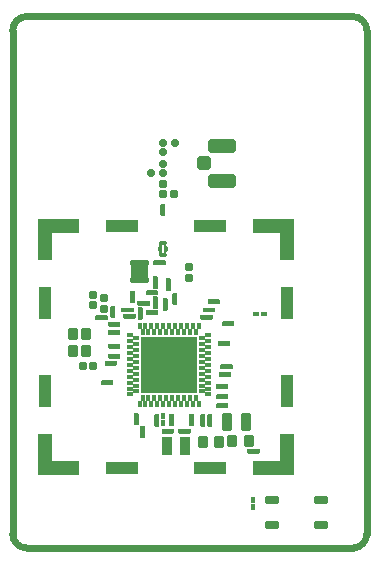
<source format=gts>
G04*
G04 #@! TF.GenerationSoftware,Altium Limited,Altium NEXUS,5.1.2 (10)*
G04*
G04 Layer_Color=8388736*
%FSLAX25Y25*%
%MOIN*%
G70*
G04*
G04 #@! TF.SameCoordinates,614915EC-EFCC-4F07-BEE6-519DBFB5DABB*
G04*
G04*
G04 #@! TF.FilePolarity,Negative*
G04*
G01*
G75*
%ADD33C,0.02362*%
G04:AMPARAMS|DCode=34|XSize=39.43mil|YSize=35.5mil|CornerRadius=5.15mil|HoleSize=0mil|Usage=FLASHONLY|Rotation=270.000|XOffset=0mil|YOffset=0mil|HoleType=Round|Shape=RoundedRectangle|*
%AMROUNDEDRECTD34*
21,1,0.03943,0.02520,0,0,270.0*
21,1,0.02913,0.03550,0,0,270.0*
1,1,0.01030,-0.01260,-0.01457*
1,1,0.01030,-0.01260,0.01457*
1,1,0.01030,0.01260,0.01457*
1,1,0.01030,0.01260,-0.01457*
%
%ADD34ROUNDEDRECTD34*%
G04:AMPARAMS|DCode=35|XSize=35.5mil|YSize=63.06mil|CornerRadius=5.15mil|HoleSize=0mil|Usage=FLASHONLY|Rotation=0.000|XOffset=0mil|YOffset=0mil|HoleType=Round|Shape=RoundedRectangle|*
%AMROUNDEDRECTD35*
21,1,0.03550,0.05276,0,0,0.0*
21,1,0.02520,0.06306,0,0,0.0*
1,1,0.01030,0.01260,-0.02638*
1,1,0.01030,-0.01260,-0.02638*
1,1,0.01030,-0.01260,0.02638*
1,1,0.01030,0.01260,0.02638*
%
%ADD35ROUNDEDRECTD35*%
%ADD36C,0.00500*%
%ADD37R,0.04337X0.10636*%
%ADD38R,0.10636X0.04337*%
G04:AMPARAMS|DCode=39|XSize=17.78mil|YSize=11.87mil|CornerRadius=2.98mil|HoleSize=0mil|Usage=FLASHONLY|Rotation=270.000|XOffset=0mil|YOffset=0mil|HoleType=Round|Shape=RoundedRectangle|*
%AMROUNDEDRECTD39*
21,1,0.01778,0.00591,0,0,270.0*
21,1,0.01181,0.01187,0,0,270.0*
1,1,0.00597,-0.00295,-0.00591*
1,1,0.00597,-0.00295,0.00591*
1,1,0.00597,0.00295,0.00591*
1,1,0.00597,0.00295,-0.00591*
%
%ADD39ROUNDEDRECTD39*%
%ADD40R,0.05124X0.03156*%
G04:AMPARAMS|DCode=41|XSize=45.34mil|YSize=29.59mil|CornerRadius=4.56mil|HoleSize=0mil|Usage=FLASHONLY|Rotation=0.000|XOffset=0mil|YOffset=0mil|HoleType=Round|Shape=RoundedRectangle|*
%AMROUNDEDRECTD41*
21,1,0.04534,0.02047,0,0,0.0*
21,1,0.03622,0.02959,0,0,0.0*
1,1,0.00912,0.01811,-0.01024*
1,1,0.00912,-0.01811,-0.01024*
1,1,0.00912,-0.01811,0.01024*
1,1,0.00912,0.01811,0.01024*
%
%ADD41ROUNDEDRECTD41*%
G04:AMPARAMS|DCode=42|XSize=27.62mil|YSize=27.62mil|CornerRadius=4.36mil|HoleSize=0mil|Usage=FLASHONLY|Rotation=90.000|XOffset=0mil|YOffset=0mil|HoleType=Round|Shape=RoundedRectangle|*
%AMROUNDEDRECTD42*
21,1,0.02762,0.01890,0,0,90.0*
21,1,0.01890,0.02762,0,0,90.0*
1,1,0.00872,0.00945,0.00945*
1,1,0.00872,0.00945,-0.00945*
1,1,0.00872,-0.00945,-0.00945*
1,1,0.00872,-0.00945,0.00945*
%
%ADD42ROUNDEDRECTD42*%
%ADD43R,0.01975X0.01384*%
%ADD44R,0.01384X0.01975*%
%ADD45R,0.18510X0.18510*%
G04:AMPARAMS|DCode=46|XSize=45.34mil|YSize=43.37mil|CornerRadius=5.94mil|HoleSize=0mil|Usage=FLASHONLY|Rotation=180.000|XOffset=0mil|YOffset=0mil|HoleType=Round|Shape=RoundedRectangle|*
%AMROUNDEDRECTD46*
21,1,0.04534,0.03150,0,0,180.0*
21,1,0.03347,0.04337,0,0,180.0*
1,1,0.01187,-0.01673,0.01575*
1,1,0.01187,0.01673,0.01575*
1,1,0.01187,0.01673,-0.01575*
1,1,0.01187,-0.01673,-0.01575*
%
%ADD46ROUNDEDRECTD46*%
G04:AMPARAMS|DCode=47|XSize=90.61mil|YSize=45.34mil|CornerRadius=6.13mil|HoleSize=0mil|Usage=FLASHONLY|Rotation=180.000|XOffset=0mil|YOffset=0mil|HoleType=Round|Shape=RoundedRectangle|*
%AMROUNDEDRECTD47*
21,1,0.09061,0.03307,0,0,180.0*
21,1,0.07835,0.04534,0,0,180.0*
1,1,0.01227,-0.03917,0.01654*
1,1,0.01227,0.03917,0.01654*
1,1,0.01227,0.03917,-0.01654*
1,1,0.01227,-0.03917,-0.01654*
%
%ADD47ROUNDEDRECTD47*%
G04:AMPARAMS|DCode=48|XSize=35.5mil|YSize=59.12mil|CornerRadius=5.15mil|HoleSize=0mil|Usage=FLASHONLY|Rotation=0.000|XOffset=0mil|YOffset=0mil|HoleType=Round|Shape=RoundedRectangle|*
%AMROUNDEDRECTD48*
21,1,0.03550,0.04882,0,0,0.0*
21,1,0.02520,0.05912,0,0,0.0*
1,1,0.01030,0.01260,-0.02441*
1,1,0.01030,-0.01260,-0.02441*
1,1,0.01030,-0.01260,0.02441*
1,1,0.01030,0.01260,0.02441*
%
%ADD48ROUNDEDRECTD48*%
G04:AMPARAMS|DCode=49|XSize=16.6mil|YSize=18.57mil|CornerRadius=2.63mil|HoleSize=0mil|Usage=FLASHONLY|Rotation=90.000|XOffset=0mil|YOffset=0mil|HoleType=Round|Shape=RoundedRectangle|*
%AMROUNDEDRECTD49*
21,1,0.01660,0.01331,0,0,90.0*
21,1,0.01134,0.01857,0,0,90.0*
1,1,0.00526,0.00665,0.00567*
1,1,0.00526,0.00665,-0.00567*
1,1,0.00526,-0.00665,-0.00567*
1,1,0.00526,-0.00665,0.00567*
%
%ADD49ROUNDEDRECTD49*%
G04:AMPARAMS|DCode=50|XSize=23.68mil|YSize=23.68mil|CornerRadius=3.97mil|HoleSize=0mil|Usage=FLASHONLY|Rotation=270.000|XOffset=0mil|YOffset=0mil|HoleType=Round|Shape=RoundedRectangle|*
%AMROUNDEDRECTD50*
21,1,0.02368,0.01575,0,0,270.0*
21,1,0.01575,0.02368,0,0,270.0*
1,1,0.00794,-0.00787,-0.00787*
1,1,0.00794,-0.00787,0.00787*
1,1,0.00794,0.00787,0.00787*
1,1,0.00794,0.00787,-0.00787*
%
%ADD50ROUNDEDRECTD50*%
G04:AMPARAMS|DCode=51|XSize=16.6mil|YSize=18.17mil|CornerRadius=3.58mil|HoleSize=0mil|Usage=FLASHONLY|Rotation=270.000|XOffset=0mil|YOffset=0mil|HoleType=Round|Shape=RoundedRectangle|*
%AMROUNDEDRECTD51*
21,1,0.01660,0.01102,0,0,270.0*
21,1,0.00945,0.01817,0,0,270.0*
1,1,0.00715,-0.00551,-0.00472*
1,1,0.00715,-0.00551,0.00472*
1,1,0.00715,0.00551,0.00472*
1,1,0.00715,0.00551,-0.00472*
%
%ADD51ROUNDEDRECTD51*%
G04:AMPARAMS|DCode=52|XSize=19.75mil|YSize=11.87mil|CornerRadius=2.98mil|HoleSize=0mil|Usage=FLASHONLY|Rotation=90.000|XOffset=0mil|YOffset=0mil|HoleType=Round|Shape=RoundedRectangle|*
%AMROUNDEDRECTD52*
21,1,0.01975,0.00591,0,0,90.0*
21,1,0.01378,0.01187,0,0,90.0*
1,1,0.00597,0.00295,0.00689*
1,1,0.00597,0.00295,-0.00689*
1,1,0.00597,-0.00295,-0.00689*
1,1,0.00597,-0.00295,0.00689*
%
%ADD52ROUNDEDRECTD52*%
G04:AMPARAMS|DCode=53|XSize=23.68mil|YSize=13.84mil|CornerRadius=3.97mil|HoleSize=0mil|Usage=FLASHONLY|Rotation=180.000|XOffset=0mil|YOffset=0mil|HoleType=Round|Shape=RoundedRectangle|*
%AMROUNDEDRECTD53*
21,1,0.02368,0.00591,0,0,180.0*
21,1,0.01575,0.01384,0,0,180.0*
1,1,0.00794,-0.00787,0.00295*
1,1,0.00794,0.00787,0.00295*
1,1,0.00794,0.00787,-0.00295*
1,1,0.00794,-0.00787,-0.00295*
%
%ADD53ROUNDEDRECTD53*%
G04:AMPARAMS|DCode=54|XSize=37.47mil|YSize=35.5mil|CornerRadius=5.94mil|HoleSize=0mil|Usage=FLASHONLY|Rotation=270.000|XOffset=0mil|YOffset=0mil|HoleType=Round|Shape=RoundedRectangle|*
%AMROUNDEDRECTD54*
21,1,0.03747,0.02362,0,0,270.0*
21,1,0.02559,0.03550,0,0,270.0*
1,1,0.01187,-0.01181,-0.01280*
1,1,0.01187,-0.01181,0.01280*
1,1,0.01187,0.01181,0.01280*
1,1,0.01187,0.01181,-0.01280*
%
%ADD54ROUNDEDRECTD54*%
G04:AMPARAMS|DCode=55|XSize=16.6mil|YSize=18.17mil|CornerRadius=3.58mil|HoleSize=0mil|Usage=FLASHONLY|Rotation=180.000|XOffset=0mil|YOffset=0mil|HoleType=Round|Shape=RoundedRectangle|*
%AMROUNDEDRECTD55*
21,1,0.01660,0.01102,0,0,180.0*
21,1,0.00945,0.01817,0,0,180.0*
1,1,0.00715,-0.00472,0.00551*
1,1,0.00715,0.00472,0.00551*
1,1,0.00715,0.00472,-0.00551*
1,1,0.00715,-0.00472,-0.00551*
%
%ADD55ROUNDEDRECTD55*%
G04:AMPARAMS|DCode=56|XSize=16.6mil|YSize=18.57mil|CornerRadius=2.63mil|HoleSize=0mil|Usage=FLASHONLY|Rotation=180.000|XOffset=0mil|YOffset=0mil|HoleType=Round|Shape=RoundedRectangle|*
%AMROUNDEDRECTD56*
21,1,0.01660,0.01331,0,0,180.0*
21,1,0.01134,0.01857,0,0,180.0*
1,1,0.00526,-0.00567,0.00665*
1,1,0.00526,0.00567,0.00665*
1,1,0.00526,0.00567,-0.00665*
1,1,0.00526,-0.00567,-0.00665*
%
%ADD56ROUNDEDRECTD56*%
G04:AMPARAMS|DCode=57|XSize=16.6mil|YSize=17.39mil|CornerRadius=3.58mil|HoleSize=0mil|Usage=FLASHONLY|Rotation=90.000|XOffset=0mil|YOffset=0mil|HoleType=Round|Shape=RoundedRectangle|*
%AMROUNDEDRECTD57*
21,1,0.01660,0.01024,0,0,90.0*
21,1,0.00945,0.01739,0,0,90.0*
1,1,0.00715,0.00512,0.00472*
1,1,0.00715,0.00512,-0.00472*
1,1,0.00715,-0.00512,-0.00472*
1,1,0.00715,-0.00512,0.00472*
%
%ADD57ROUNDEDRECTD57*%
G04:AMPARAMS|DCode=58|XSize=16.6mil|YSize=17.39mil|CornerRadius=3.58mil|HoleSize=0mil|Usage=FLASHONLY|Rotation=180.000|XOffset=0mil|YOffset=0mil|HoleType=Round|Shape=RoundedRectangle|*
%AMROUNDEDRECTD58*
21,1,0.01660,0.01024,0,0,180.0*
21,1,0.00945,0.01739,0,0,180.0*
1,1,0.00715,-0.00472,0.00512*
1,1,0.00715,0.00472,0.00512*
1,1,0.00715,0.00472,-0.00512*
1,1,0.00715,-0.00472,-0.00512*
%
%ADD58ROUNDEDRECTD58*%
G04:AMPARAMS|DCode=59|XSize=27.62mil|YSize=27.62mil|CornerRadius=4.36mil|HoleSize=0mil|Usage=FLASHONLY|Rotation=0.000|XOffset=0mil|YOffset=0mil|HoleType=Round|Shape=RoundedRectangle|*
%AMROUNDEDRECTD59*
21,1,0.02762,0.01890,0,0,0.0*
21,1,0.01890,0.02762,0,0,0.0*
1,1,0.00872,0.00945,-0.00945*
1,1,0.00872,-0.00945,-0.00945*
1,1,0.00872,-0.00945,0.00945*
1,1,0.00872,0.00945,0.00945*
%
%ADD59ROUNDEDRECTD59*%
G04:AMPARAMS|DCode=60|XSize=23.68mil|YSize=23.68mil|CornerRadius=3.97mil|HoleSize=0mil|Usage=FLASHONLY|Rotation=180.000|XOffset=0mil|YOffset=0mil|HoleType=Round|Shape=RoundedRectangle|*
%AMROUNDEDRECTD60*
21,1,0.02368,0.01575,0,0,180.0*
21,1,0.01575,0.02368,0,0,180.0*
1,1,0.00794,-0.00787,0.00787*
1,1,0.00794,0.00787,0.00787*
1,1,0.00794,0.00787,-0.00787*
1,1,0.00794,-0.00787,-0.00787*
%
%ADD60ROUNDEDRECTD60*%
G36*
X50777Y114635D02*
X50875Y114536D01*
X50928Y114408D01*
Y114338D01*
Y111056D01*
Y110986D01*
X50875Y110857D01*
X50777Y110759D01*
X50648Y110705D01*
X49549D01*
X49420Y110759D01*
X49322Y110857D01*
X49268Y110986D01*
Y111056D01*
Y114338D01*
Y114408D01*
X49322Y114536D01*
X49420Y114635D01*
X49549Y114688D01*
X50648D01*
X50777Y114635D01*
D02*
G37*
G36*
X51196Y101544D02*
X51252Y101488D01*
X51283Y101415D01*
Y101375D01*
Y99806D01*
Y99766D01*
X51252Y99693D01*
X51196Y99637D01*
X51122Y99606D01*
X51196Y99576D01*
X51252Y99520D01*
X51283Y99446D01*
Y99406D01*
Y97838D01*
Y97798D01*
X51252Y97724D01*
X51196Y97668D01*
X51122Y97638D01*
X50649D01*
X50576Y97668D01*
X50519Y97724D01*
X50489Y97798D01*
Y97838D01*
Y99406D01*
Y99446D01*
X50519Y99520D01*
X50576Y99576D01*
X50649Y99606D01*
X50576Y99637D01*
X50519Y99693D01*
X50489Y99766D01*
Y99806D01*
Y101375D01*
Y101415D01*
X50519Y101488D01*
X50576Y101544D01*
X50649Y101575D01*
X51122D01*
X51196Y101544D01*
D02*
G37*
G36*
X49621D02*
X49677Y101488D01*
X49708Y101415D01*
Y101375D01*
Y99806D01*
Y99766D01*
X49677Y99693D01*
X49621Y99637D01*
X49548Y99606D01*
X49621Y99576D01*
X49677Y99520D01*
X49708Y99446D01*
Y99406D01*
Y97838D01*
Y97798D01*
X49677Y97724D01*
X49621Y97668D01*
X49548Y97638D01*
X49074D01*
X49001Y97668D01*
X48945Y97724D01*
X48914Y97798D01*
Y97838D01*
Y99406D01*
Y99446D01*
X48945Y99520D01*
X49001Y99576D01*
X49074Y99606D01*
X49001Y99637D01*
X48945Y99693D01*
X48914Y99766D01*
Y99806D01*
Y101375D01*
Y101415D01*
X48945Y101488D01*
X49001Y101544D01*
X49074Y101575D01*
X49548D01*
X49621Y101544D01*
D02*
G37*
G36*
X93556Y109649D02*
X93608Y109639D01*
X93657Y109622D01*
X93704Y109599D01*
X93748Y109570D01*
X93787Y109535D01*
X93822Y109496D01*
X93851Y109452D01*
X93874Y109405D01*
X93891Y109356D01*
X93901Y109304D01*
X93905Y109252D01*
Y96260D01*
X93901Y96207D01*
X93891Y96156D01*
X93874Y96106D01*
X93851Y96059D01*
X93822Y96016D01*
X93787Y95976D01*
X93748Y95942D01*
X93704Y95913D01*
X93657Y95890D01*
X93608Y95873D01*
X93556Y95862D01*
X93504Y95859D01*
X89567D01*
X89515Y95862D01*
X89463Y95873D01*
X89413Y95890D01*
X89367Y95913D01*
X89323Y95942D01*
X89284Y95976D01*
X89249Y96016D01*
X89220Y96059D01*
X89197Y96106D01*
X89180Y96156D01*
X89170Y96207D01*
X89166Y96260D01*
Y104914D01*
X80512D01*
X80459Y104918D01*
X80408Y104928D01*
X80358Y104945D01*
X80311Y104968D01*
X80268Y104997D01*
X80228Y105032D01*
X80194Y105071D01*
X80165Y105114D01*
X80141Y105162D01*
X80125Y105211D01*
X80114Y105263D01*
X80111Y105315D01*
Y109252D01*
X80114Y109304D01*
X80125Y109356D01*
X80141Y109405D01*
X80165Y109452D01*
X80194Y109496D01*
X80228Y109535D01*
X80268Y109570D01*
X80311Y109599D01*
X80358Y109622D01*
X80408Y109639D01*
X80459Y109649D01*
X80512Y109653D01*
X93504D01*
X93556Y109649D01*
D02*
G37*
G36*
X21903D02*
X21954Y109639D01*
X22004Y109622D01*
X22051Y109599D01*
X22094Y109570D01*
X22134Y109535D01*
X22168Y109496D01*
X22198Y109452D01*
X22221Y109405D01*
X22238Y109356D01*
X22248Y109304D01*
X22251Y109252D01*
Y105315D01*
X22248Y105263D01*
X22238Y105211D01*
X22221Y105162D01*
X22198Y105114D01*
X22168Y105071D01*
X22134Y105032D01*
X22094Y104997D01*
X22051Y104968D01*
X22004Y104945D01*
X21954Y104928D01*
X21903Y104918D01*
X21850Y104914D01*
X13196D01*
Y96260D01*
X13193Y96207D01*
X13183Y96156D01*
X13166Y96106D01*
X13142Y96059D01*
X13113Y96016D01*
X13079Y95976D01*
X13039Y95942D01*
X12996Y95913D01*
X12949Y95890D01*
X12899Y95873D01*
X12848Y95862D01*
X12795Y95859D01*
X8858D01*
X8806Y95862D01*
X8755Y95873D01*
X8705Y95890D01*
X8658Y95913D01*
X8614Y95942D01*
X8575Y95976D01*
X8540Y96016D01*
X8511Y96059D01*
X8488Y96106D01*
X8471Y96156D01*
X8461Y96207D01*
X8457Y96260D01*
Y109252D01*
X8461Y109304D01*
X8471Y109356D01*
X8488Y109405D01*
X8511Y109452D01*
X8540Y109496D01*
X8575Y109535D01*
X8614Y109570D01*
X8658Y109599D01*
X8705Y109622D01*
X8755Y109639D01*
X8806Y109649D01*
X8858Y109653D01*
X21850D01*
X21903Y109649D01*
D02*
G37*
G36*
X50855Y95855D02*
X50954Y95757D01*
X51007Y95628D01*
Y95559D01*
Y94599D01*
Y94529D01*
X50954Y94401D01*
X50855Y94302D01*
X50727Y94249D01*
X47305D01*
X47176Y94302D01*
X47078Y94401D01*
X47024Y94529D01*
Y94599D01*
Y95559D01*
Y95628D01*
X47078Y95757D01*
X47176Y95855D01*
X47305Y95909D01*
X50727D01*
X50855Y95855D01*
D02*
G37*
G36*
X45149Y95922D02*
X45233Y95838D01*
X45279Y95727D01*
Y95668D01*
Y88781D01*
Y88721D01*
X45233Y88611D01*
X45149Y88527D01*
X45038Y88481D01*
X39607D01*
X39497Y88527D01*
X39413Y88611D01*
X39367Y88721D01*
Y88781D01*
Y95668D01*
Y95727D01*
X39413Y95838D01*
X39497Y95922D01*
X39607Y95968D01*
X45038D01*
X45149Y95922D01*
D02*
G37*
G36*
X48316Y90422D02*
X48414Y90324D01*
X48468Y90195D01*
Y90126D01*
Y86843D01*
Y86773D01*
X48414Y86645D01*
X48316Y86546D01*
X48187Y86493D01*
X47088D01*
X46960Y86546D01*
X46861Y86645D01*
X46808Y86773D01*
Y86843D01*
Y90126D01*
Y90195D01*
X46861Y90324D01*
X46960Y90422D01*
X47088Y90476D01*
X48187D01*
X48316Y90422D01*
D02*
G37*
G36*
X52647Y89733D02*
X52745Y89635D01*
X52798Y89506D01*
Y89437D01*
Y86154D01*
Y86084D01*
X52745Y85956D01*
X52647Y85857D01*
X52518Y85804D01*
X51419D01*
X51290Y85857D01*
X51192Y85956D01*
X51139Y86084D01*
Y86154D01*
Y89437D01*
Y89506D01*
X51192Y89635D01*
X51290Y89733D01*
X51419Y89787D01*
X52518D01*
X52647Y89733D01*
D02*
G37*
G36*
X48296Y85816D02*
X48395Y85717D01*
X48448Y85589D01*
Y85519D01*
Y84560D01*
Y84490D01*
X48395Y84361D01*
X48296Y84263D01*
X48168Y84210D01*
X44746D01*
X44617Y84263D01*
X44519Y84361D01*
X44465Y84490D01*
Y84560D01*
Y85519D01*
Y85589D01*
X44519Y85717D01*
X44617Y85816D01*
X44746Y85869D01*
X48168D01*
X48296Y85816D01*
D02*
G37*
G36*
X40639Y85599D02*
X40737Y85501D01*
X40791Y85372D01*
Y85303D01*
Y82020D01*
Y81950D01*
X40737Y81822D01*
X40639Y81723D01*
X40510Y81670D01*
X39411D01*
X39283Y81723D01*
X39184Y81822D01*
X39131Y81950D01*
Y82020D01*
Y85303D01*
Y85372D01*
X39184Y85501D01*
X39283Y85599D01*
X39411Y85653D01*
X40510D01*
X40639Y85599D01*
D02*
G37*
G36*
X68966Y82863D02*
X69064Y82765D01*
X69117Y82636D01*
Y82566D01*
Y81607D01*
Y81537D01*
X69064Y81409D01*
X68966Y81310D01*
X68837Y81257D01*
X65415D01*
X65286Y81310D01*
X65188Y81409D01*
X65135Y81537D01*
Y81607D01*
Y82566D01*
Y82636D01*
X65188Y82765D01*
X65286Y82863D01*
X65415Y82916D01*
X68837D01*
X68966Y82863D01*
D02*
G37*
G36*
X54812Y85009D02*
X54910Y84911D01*
X54964Y84782D01*
Y84712D01*
Y81429D01*
Y81360D01*
X54910Y81231D01*
X54812Y81133D01*
X54683Y81080D01*
X53584D01*
X53456Y81133D01*
X53357Y81231D01*
X53304Y81360D01*
Y81429D01*
Y84712D01*
Y84782D01*
X53357Y84911D01*
X53456Y85009D01*
X53584Y85062D01*
X54683D01*
X54812Y85009D01*
D02*
G37*
G36*
X45540Y82273D02*
X45639Y82174D01*
X45692Y82046D01*
Y81976D01*
Y81016D01*
Y80946D01*
X45639Y80818D01*
X45540Y80719D01*
X45412Y80666D01*
X41990D01*
X41861Y80719D01*
X41763Y80818D01*
X41709Y80946D01*
Y81016D01*
Y81976D01*
Y82046D01*
X41763Y82174D01*
X41861Y82273D01*
X41990Y82326D01*
X45412D01*
X45540Y82273D01*
D02*
G37*
G36*
X48355Y83743D02*
X48428Y83670D01*
X48468Y83574D01*
Y83523D01*
Y80060D01*
Y80008D01*
X48428Y79913D01*
X48355Y79840D01*
X48259Y79800D01*
X47016D01*
X46921Y79840D01*
X46848Y79913D01*
X46808Y80008D01*
Y80060D01*
Y83523D01*
Y83574D01*
X46848Y83670D01*
X46921Y83743D01*
X47016Y83783D01*
X48259D01*
X48355Y83743D01*
D02*
G37*
G36*
X51564Y83040D02*
X51662Y82942D01*
X51716Y82813D01*
Y82744D01*
Y79461D01*
Y79391D01*
X51662Y79263D01*
X51564Y79164D01*
X51435Y79111D01*
X50336D01*
X50208Y79164D01*
X50109Y79263D01*
X50056Y79391D01*
Y79461D01*
Y82744D01*
Y82813D01*
X50109Y82942D01*
X50208Y83040D01*
X50336Y83094D01*
X51435D01*
X51564Y83040D01*
D02*
G37*
G36*
X40225Y80107D02*
X40324Y80009D01*
X40377Y79880D01*
Y79811D01*
Y78851D01*
Y78781D01*
X40324Y78653D01*
X40225Y78554D01*
X40097Y78501D01*
X36675D01*
X36546Y78554D01*
X36448Y78653D01*
X36395Y78781D01*
Y78851D01*
Y79811D01*
Y79880D01*
X36448Y80009D01*
X36546Y80107D01*
X36675Y80161D01*
X40097D01*
X40225Y80107D01*
D02*
G37*
G36*
X67391Y80107D02*
X67489Y80009D01*
X67542Y79880D01*
Y79811D01*
Y78851D01*
Y78781D01*
X67489Y78653D01*
X67391Y78554D01*
X67262Y78501D01*
X63840D01*
X63712Y78554D01*
X63613Y78653D01*
X63560Y78781D01*
Y78851D01*
Y79811D01*
Y79880D01*
X63613Y80009D01*
X63712Y80107D01*
X63840Y80161D01*
X67262D01*
X67391Y80107D01*
D02*
G37*
G36*
X48296Y79320D02*
X48395Y79221D01*
X48448Y79093D01*
Y79023D01*
Y78063D01*
Y77994D01*
X48395Y77865D01*
X48296Y77767D01*
X48168Y77713D01*
X44746D01*
X44617Y77767D01*
X44519Y77865D01*
X44465Y77994D01*
Y78063D01*
Y79023D01*
Y79093D01*
X44519Y79221D01*
X44617Y79320D01*
X44746Y79373D01*
X48168D01*
X48296Y79320D01*
D02*
G37*
G36*
X34143Y80678D02*
X34241Y80580D01*
X34295Y80451D01*
Y80382D01*
Y77099D01*
Y77029D01*
X34241Y76901D01*
X34143Y76802D01*
X34014Y76749D01*
X32915D01*
X32786Y76802D01*
X32688Y76901D01*
X32635Y77029D01*
Y77099D01*
Y80382D01*
Y80451D01*
X32688Y80580D01*
X32786Y80678D01*
X32915Y80731D01*
X34014D01*
X34143Y80678D01*
D02*
G37*
G36*
X40855Y77956D02*
X40928Y77882D01*
X40968Y77787D01*
Y77735D01*
Y76595D01*
Y76544D01*
X40928Y76448D01*
X40855Y76375D01*
X40759Y76336D01*
X37193D01*
X37098Y76375D01*
X37025Y76448D01*
X36985Y76544D01*
Y76595D01*
Y77735D01*
Y77787D01*
X37025Y77882D01*
X37098Y77956D01*
X37193Y77995D01*
X40759D01*
X40855Y77956D01*
D02*
G37*
G36*
X43237Y80101D02*
X43310Y80028D01*
X43350Y79933D01*
Y79881D01*
Y76418D01*
Y76367D01*
X43310Y76271D01*
X43237Y76198D01*
X43141Y76158D01*
X41898D01*
X41802Y76198D01*
X41729Y76271D01*
X41690Y76367D01*
Y76418D01*
Y79881D01*
Y79933D01*
X41729Y80028D01*
X41802Y80101D01*
X41898Y80141D01*
X43141D01*
X43237Y80101D01*
D02*
G37*
G36*
X66407Y77745D02*
X66505Y77647D01*
X66558Y77518D01*
Y77448D01*
Y76489D01*
Y76419D01*
X66505Y76290D01*
X66407Y76192D01*
X66278Y76139D01*
X62856D01*
X62727Y76192D01*
X62629Y76290D01*
X62576Y76419D01*
Y76489D01*
Y77448D01*
Y77518D01*
X62629Y77647D01*
X62727Y77745D01*
X62856Y77798D01*
X66278D01*
X66407Y77745D01*
D02*
G37*
G36*
X31466Y77548D02*
X31564Y77450D01*
X31617Y77321D01*
Y77251D01*
Y76292D01*
Y76222D01*
X31564Y76094D01*
X31466Y75995D01*
X31337Y75942D01*
X27915D01*
X27786Y75995D01*
X27688Y76094D01*
X27635Y76222D01*
Y76292D01*
Y77251D01*
Y77321D01*
X27688Y77450D01*
X27786Y77548D01*
X27915Y77601D01*
X31337D01*
X31466Y77548D01*
D02*
G37*
G36*
X73690Y75580D02*
X73788Y75481D01*
X73842Y75353D01*
Y75283D01*
Y74323D01*
Y74254D01*
X73788Y74125D01*
X73690Y74027D01*
X73561Y73973D01*
X70139D01*
X70011Y74027D01*
X69912Y74125D01*
X69859Y74254D01*
Y74323D01*
Y75283D01*
Y75353D01*
X69912Y75481D01*
X70011Y75580D01*
X70139Y75633D01*
X73561D01*
X73690Y75580D01*
D02*
G37*
G36*
X35698Y75383D02*
X35796Y75284D01*
X35850Y75156D01*
Y75086D01*
Y74126D01*
Y74057D01*
X35796Y73928D01*
X35698Y73830D01*
X35569Y73776D01*
X32147D01*
X32019Y73830D01*
X31920Y73928D01*
X31867Y74057D01*
Y74126D01*
Y75086D01*
Y75156D01*
X31920Y75284D01*
X32019Y75383D01*
X32147Y75436D01*
X35569D01*
X35698Y75383D01*
D02*
G37*
G36*
Y72627D02*
X35796Y72528D01*
X35850Y72400D01*
Y72330D01*
Y71371D01*
Y71301D01*
X35796Y71172D01*
X35698Y71074D01*
X35569Y71021D01*
X32147D01*
X32019Y71074D01*
X31920Y71172D01*
X31867Y71301D01*
Y71371D01*
Y72330D01*
Y72400D01*
X31920Y72528D01*
X32019Y72627D01*
X32147Y72680D01*
X35569D01*
X35698Y72627D01*
D02*
G37*
G36*
X72312Y68887D02*
X72411Y68788D01*
X72464Y68660D01*
Y68590D01*
Y67630D01*
Y67561D01*
X72411Y67432D01*
X72312Y67334D01*
X72183Y67280D01*
X68761D01*
X68633Y67334D01*
X68534Y67432D01*
X68481Y67561D01*
Y67630D01*
Y68590D01*
Y68660D01*
X68534Y68788D01*
X68633Y68887D01*
X68761Y68940D01*
X72183D01*
X72312Y68887D01*
D02*
G37*
G36*
X35698Y68099D02*
X35796Y68001D01*
X35850Y67872D01*
Y67803D01*
Y66843D01*
Y66773D01*
X35796Y66645D01*
X35698Y66546D01*
X35569Y66493D01*
X32147D01*
X32019Y66546D01*
X31920Y66645D01*
X31867Y66773D01*
Y66843D01*
Y67803D01*
Y67872D01*
X31920Y68001D01*
X32019Y68099D01*
X32147Y68153D01*
X35569D01*
X35698Y68099D01*
D02*
G37*
G36*
Y64753D02*
X35796Y64654D01*
X35850Y64526D01*
Y64456D01*
Y63497D01*
Y63427D01*
X35796Y63298D01*
X35698Y63200D01*
X35569Y63147D01*
X32147D01*
X32019Y63200D01*
X31920Y63298D01*
X31867Y63427D01*
Y63497D01*
Y64456D01*
Y64526D01*
X31920Y64654D01*
X32019Y64753D01*
X32147Y64806D01*
X35569D01*
X35698Y64753D01*
D02*
G37*
G36*
X34615Y62391D02*
X34714Y62292D01*
X34767Y62164D01*
Y62094D01*
Y61134D01*
Y61065D01*
X34714Y60936D01*
X34615Y60838D01*
X34486Y60784D01*
X31065D01*
X30936Y60838D01*
X30838Y60936D01*
X30784Y61065D01*
Y61134D01*
Y62094D01*
Y62164D01*
X30838Y62292D01*
X30936Y62391D01*
X31065Y62444D01*
X34486D01*
X34615Y62391D01*
D02*
G37*
G36*
X73099Y61210D02*
X73198Y61111D01*
X73251Y60983D01*
Y60913D01*
Y59953D01*
Y59884D01*
X73198Y59755D01*
X73099Y59656D01*
X72971Y59603D01*
X69549D01*
X69420Y59656D01*
X69322Y59755D01*
X69269Y59884D01*
Y59953D01*
Y60913D01*
Y60983D01*
X69322Y61111D01*
X69420Y61210D01*
X69549Y61263D01*
X72971D01*
X73099Y61210D01*
D02*
G37*
G36*
X72706Y58651D02*
X72804Y58552D01*
X72857Y58424D01*
Y58354D01*
Y57394D01*
Y57324D01*
X72804Y57196D01*
X72706Y57097D01*
X72577Y57044D01*
X69155D01*
X69026Y57097D01*
X68928Y57196D01*
X68875Y57324D01*
Y57394D01*
Y58354D01*
Y58424D01*
X68928Y58552D01*
X69026Y58651D01*
X69155Y58704D01*
X72577D01*
X72706Y58651D01*
D02*
G37*
G36*
X33336Y55895D02*
X33434Y55796D01*
X33487Y55668D01*
Y55598D01*
Y54638D01*
Y54569D01*
X33434Y54440D01*
X33336Y54342D01*
X33207Y54288D01*
X29785D01*
X29656Y54342D01*
X29558Y54440D01*
X29505Y54569D01*
Y54638D01*
Y55598D01*
Y55668D01*
X29558Y55796D01*
X29656Y55895D01*
X29785Y55948D01*
X33207D01*
X33336Y55895D01*
D02*
G37*
G36*
X71722Y54714D02*
X71820Y54615D01*
X71873Y54487D01*
Y54417D01*
Y53457D01*
Y53387D01*
X71820Y53259D01*
X71722Y53160D01*
X71593Y53107D01*
X68171D01*
X68042Y53160D01*
X67944Y53259D01*
X67891Y53387D01*
Y53457D01*
Y54417D01*
Y54487D01*
X67944Y54615D01*
X68042Y54714D01*
X68171Y54767D01*
X71593D01*
X71722Y54714D01*
D02*
G37*
G36*
Y51170D02*
X71820Y51072D01*
X71873Y50943D01*
Y50874D01*
Y49914D01*
Y49844D01*
X71820Y49716D01*
X71722Y49617D01*
X71593Y49564D01*
X68171D01*
X68042Y49617D01*
X67944Y49716D01*
X67891Y49844D01*
Y49914D01*
Y50874D01*
Y50943D01*
X67944Y51072D01*
X68042Y51170D01*
X68171Y51224D01*
X71593D01*
X71722Y51170D01*
D02*
G37*
G36*
Y48217D02*
X71820Y48119D01*
X71873Y47990D01*
Y47921D01*
Y46961D01*
Y46891D01*
X71820Y46763D01*
X71722Y46664D01*
X71593Y46611D01*
X68171D01*
X68042Y46664D01*
X67944Y46763D01*
X67891Y46891D01*
Y46961D01*
Y47921D01*
Y47990D01*
X67944Y48119D01*
X68042Y48217D01*
X68171Y48271D01*
X71593D01*
X71722Y48217D01*
D02*
G37*
G36*
X41820Y44851D02*
X41918Y44753D01*
X41972Y44624D01*
Y44555D01*
Y41272D01*
Y41202D01*
X41918Y41074D01*
X41820Y40975D01*
X41691Y40922D01*
X40592D01*
X40464Y40975D01*
X40365Y41074D01*
X40312Y41202D01*
Y41272D01*
Y44555D01*
Y44624D01*
X40365Y44753D01*
X40464Y44851D01*
X40592Y44905D01*
X41691D01*
X41820Y44851D01*
D02*
G37*
G36*
X60324Y44655D02*
X60422Y44556D01*
X60476Y44427D01*
Y44358D01*
Y41075D01*
Y41006D01*
X60422Y40877D01*
X60324Y40778D01*
X60195Y40725D01*
X59096D01*
X58968Y40778D01*
X58869Y40877D01*
X58816Y41006D01*
Y41075D01*
Y44358D01*
Y44427D01*
X58869Y44556D01*
X58968Y44655D01*
X59096Y44708D01*
X60195D01*
X60324Y44655D01*
D02*
G37*
G36*
X53631D02*
X53729Y44556D01*
X53783Y44427D01*
Y44358D01*
Y41075D01*
Y41006D01*
X53729Y40877D01*
X53631Y40778D01*
X53502Y40725D01*
X52403D01*
X52275Y40778D01*
X52176Y40877D01*
X52123Y41006D01*
Y41075D01*
Y44358D01*
Y44427D01*
X52176Y44556D01*
X52275Y44655D01*
X52403Y44708D01*
X53502D01*
X53631Y44655D01*
D02*
G37*
G36*
X66426Y44458D02*
X66525Y44359D01*
X66578Y44231D01*
Y44161D01*
Y40878D01*
Y40809D01*
X66525Y40680D01*
X66426Y40582D01*
X66298Y40528D01*
X65198D01*
X65070Y40582D01*
X64971Y40680D01*
X64918Y40809D01*
Y40878D01*
Y44161D01*
Y44231D01*
X64971Y44359D01*
X65070Y44458D01*
X65198Y44511D01*
X66298D01*
X66426Y44458D01*
D02*
G37*
G36*
X64064D02*
X64162Y44359D01*
X64216Y44231D01*
Y44161D01*
Y40878D01*
Y40809D01*
X64162Y40680D01*
X64064Y40582D01*
X63935Y40528D01*
X62836D01*
X62708Y40582D01*
X62609Y40680D01*
X62556Y40809D01*
Y40878D01*
Y44161D01*
Y44231D01*
X62609Y44359D01*
X62708Y44458D01*
X62836Y44511D01*
X63935D01*
X64064Y44458D01*
D02*
G37*
G36*
X48710D02*
X48808Y44359D01*
X48861Y44231D01*
Y44161D01*
Y40878D01*
Y40809D01*
X48808Y40680D01*
X48710Y40582D01*
X48581Y40528D01*
X47482D01*
X47353Y40582D01*
X47255Y40680D01*
X47202Y40809D01*
Y40878D01*
Y44161D01*
Y44231D01*
X47255Y44359D01*
X47353Y44458D01*
X47482Y44511D01*
X48581D01*
X48710Y44458D01*
D02*
G37*
G36*
X59123Y39753D02*
X59222Y39654D01*
X59275Y39526D01*
Y39456D01*
Y38497D01*
Y38427D01*
X59222Y38298D01*
X59123Y38200D01*
X58994Y38146D01*
X55572D01*
X55444Y38200D01*
X55345Y38298D01*
X55292Y38427D01*
Y38497D01*
Y39456D01*
Y39526D01*
X55345Y39654D01*
X55444Y39753D01*
X55572Y39806D01*
X58994D01*
X59123Y39753D01*
D02*
G37*
G36*
X53611D02*
X53710Y39654D01*
X53763Y39526D01*
Y39456D01*
Y38497D01*
Y38427D01*
X53710Y38298D01*
X53611Y38200D01*
X53483Y38146D01*
X50061D01*
X49932Y38200D01*
X49834Y38298D01*
X49780Y38427D01*
Y38497D01*
Y39456D01*
Y39526D01*
X49834Y39654D01*
X49932Y39753D01*
X50061Y39806D01*
X53483D01*
X53611Y39753D01*
D02*
G37*
G36*
X43985Y40521D02*
X44084Y40422D01*
X44137Y40294D01*
Y40224D01*
Y36941D01*
Y36872D01*
X44084Y36743D01*
X43985Y36645D01*
X43857Y36591D01*
X42758D01*
X42629Y36645D01*
X42531Y36743D01*
X42477Y36872D01*
Y36941D01*
Y40224D01*
Y40294D01*
X42531Y40422D01*
X42629Y40521D01*
X42758Y40574D01*
X43857D01*
X43985Y40521D01*
D02*
G37*
G36*
X82155Y33060D02*
X82253Y32962D01*
X82306Y32833D01*
Y32763D01*
Y31804D01*
Y31734D01*
X82253Y31605D01*
X82155Y31507D01*
X82026Y31454D01*
X78604D01*
X78475Y31507D01*
X78377Y31605D01*
X78324Y31734D01*
Y31804D01*
Y32763D01*
Y32833D01*
X78377Y32962D01*
X78475Y33060D01*
X78604Y33113D01*
X82026D01*
X82155Y33060D01*
D02*
G37*
G36*
X93556Y37996D02*
X93608Y37986D01*
X93657Y37969D01*
X93704Y37946D01*
X93748Y37916D01*
X93787Y37882D01*
X93822Y37843D01*
X93851Y37799D01*
X93874Y37752D01*
X93891Y37702D01*
X93901Y37651D01*
X93905Y37598D01*
Y24606D01*
X93901Y24554D01*
X93891Y24502D01*
X93874Y24453D01*
X93851Y24406D01*
X93822Y24362D01*
X93787Y24323D01*
X93748Y24288D01*
X93704Y24259D01*
X93657Y24236D01*
X93608Y24219D01*
X93556Y24209D01*
X93504Y24205D01*
X80512D01*
X80459Y24209D01*
X80408Y24219D01*
X80358Y24236D01*
X80311Y24259D01*
X80268Y24288D01*
X80228Y24323D01*
X80194Y24362D01*
X80165Y24406D01*
X80141Y24453D01*
X80125Y24502D01*
X80114Y24554D01*
X80111Y24606D01*
Y28543D01*
X80114Y28596D01*
X80125Y28647D01*
X80141Y28697D01*
X80165Y28744D01*
X80194Y28787D01*
X80228Y28827D01*
X80268Y28861D01*
X80311Y28890D01*
X80358Y28914D01*
X80408Y28931D01*
X80459Y28941D01*
X80512Y28944D01*
X89166D01*
Y37598D01*
X89170Y37651D01*
X89180Y37702D01*
X89197Y37752D01*
X89220Y37799D01*
X89249Y37843D01*
X89284Y37882D01*
X89323Y37916D01*
X89367Y37946D01*
X89413Y37969D01*
X89463Y37986D01*
X89515Y37996D01*
X89567Y37999D01*
X93504D01*
X93556Y37996D01*
D02*
G37*
G36*
X12848D02*
X12899Y37986D01*
X12949Y37969D01*
X12996Y37946D01*
X13039Y37916D01*
X13079Y37882D01*
X13113Y37843D01*
X13142Y37799D01*
X13166Y37752D01*
X13183Y37702D01*
X13193Y37651D01*
X13196Y37598D01*
Y28944D01*
X21850D01*
X21903Y28941D01*
X21954Y28931D01*
X22004Y28914D01*
X22051Y28890D01*
X22094Y28861D01*
X22134Y28827D01*
X22168Y28787D01*
X22198Y28744D01*
X22221Y28697D01*
X22238Y28647D01*
X22248Y28596D01*
X22251Y28543D01*
Y24606D01*
X22248Y24554D01*
X22238Y24502D01*
X22221Y24453D01*
X22198Y24406D01*
X22168Y24362D01*
X22134Y24323D01*
X22094Y24288D01*
X22051Y24259D01*
X22004Y24236D01*
X21954Y24219D01*
X21903Y24209D01*
X21850Y24205D01*
X8858D01*
X8806Y24209D01*
X8755Y24219D01*
X8705Y24236D01*
X8658Y24259D01*
X8614Y24288D01*
X8575Y24323D01*
X8540Y24362D01*
X8511Y24406D01*
X8488Y24453D01*
X8471Y24502D01*
X8461Y24554D01*
X8457Y24606D01*
Y37598D01*
X8461Y37651D01*
X8471Y37702D01*
X8488Y37752D01*
X8511Y37799D01*
X8540Y37843D01*
X8575Y37882D01*
X8614Y37916D01*
X8658Y37946D01*
X8705Y37969D01*
X8755Y37986D01*
X8806Y37996D01*
X8858Y37999D01*
X12795D01*
X12848Y37996D01*
D02*
G37*
D33*
X4724Y177165D02*
G03*
X0Y172441I0J-4724D01*
G01*
Y4724D02*
G03*
X4724Y0I4724J0D01*
G01*
X118110Y172441D02*
G03*
X113386Y177165I-4724J0D01*
G01*
Y0D02*
G03*
X118110Y4724I0J4724D01*
G01*
X0D02*
Y172441D01*
X4724Y177165D02*
X113386D01*
X4724Y0D02*
X113386D01*
X118110Y4724D02*
Y172441D01*
D34*
X24606Y71260D02*
D03*
Y65748D02*
D03*
X20276D02*
D03*
Y71260D02*
D03*
D35*
X57480Y34055D02*
D03*
X51575D02*
D03*
D36*
X91535Y102756D02*
D03*
X10827D02*
D03*
Y31102D02*
D03*
X91535D02*
D03*
D37*
X10827Y81693D02*
D03*
Y52165D02*
D03*
X91535D02*
D03*
Y81693D02*
D03*
D38*
X36417Y26575D02*
D03*
X65945D02*
D03*
Y107283D02*
D03*
X36417D02*
D03*
D39*
X43110Y95079D02*
D03*
X44685Y89370D02*
D03*
X39961D02*
D03*
Y95079D02*
D03*
X41535Y89370D02*
D03*
X43110D02*
D03*
X41535Y95079D02*
D03*
X44685D02*
D03*
D40*
X42323Y92224D02*
D03*
D41*
X86319Y16043D02*
D03*
Y7579D02*
D03*
X102657D02*
D03*
Y16043D02*
D03*
D42*
X53642Y117913D02*
D03*
X50098D02*
D03*
X23425Y60827D02*
D03*
X26969D02*
D03*
D43*
X63287Y69882D02*
D03*
Y67913D02*
D03*
Y65945D02*
D03*
Y63976D02*
D03*
Y62008D02*
D03*
Y60039D02*
D03*
Y58071D02*
D03*
Y56102D02*
D03*
Y54134D02*
D03*
Y52165D02*
D03*
X41043D02*
D03*
Y54134D02*
D03*
Y56102D02*
D03*
Y58071D02*
D03*
Y60039D02*
D03*
Y62008D02*
D03*
Y63976D02*
D03*
Y65945D02*
D03*
Y67913D02*
D03*
Y69882D02*
D03*
X65256Y70866D02*
D03*
Y68898D02*
D03*
Y66929D02*
D03*
Y64961D02*
D03*
Y62992D02*
D03*
Y61024D02*
D03*
Y59055D02*
D03*
Y57087D02*
D03*
Y55118D02*
D03*
Y53150D02*
D03*
Y51181D02*
D03*
X39075D02*
D03*
Y53150D02*
D03*
Y55118D02*
D03*
Y57087D02*
D03*
Y59055D02*
D03*
Y61024D02*
D03*
Y62992D02*
D03*
Y64961D02*
D03*
Y66929D02*
D03*
Y68898D02*
D03*
Y70866D02*
D03*
D44*
X61023Y49902D02*
D03*
X59055D02*
D03*
X57086D02*
D03*
X55118D02*
D03*
X53149D02*
D03*
X51181D02*
D03*
X49213D02*
D03*
X47244D02*
D03*
X45276D02*
D03*
X43307D02*
D03*
Y72146D02*
D03*
X45276D02*
D03*
X47244D02*
D03*
X49213D02*
D03*
X51181D02*
D03*
X53149D02*
D03*
X55118D02*
D03*
X57086D02*
D03*
X59055D02*
D03*
X61023D02*
D03*
X42323Y74114D02*
D03*
X44291D02*
D03*
X46260D02*
D03*
X48228D02*
D03*
X50197D02*
D03*
X52165D02*
D03*
X54134D02*
D03*
X56102D02*
D03*
X58071D02*
D03*
X60039D02*
D03*
X62008D02*
D03*
Y47933D02*
D03*
X60039D02*
D03*
X58071D02*
D03*
X56102D02*
D03*
X54134D02*
D03*
X52165D02*
D03*
X50197D02*
D03*
X48228D02*
D03*
X46260D02*
D03*
X44291D02*
D03*
X42323D02*
D03*
D45*
X52165Y61024D02*
D03*
D46*
X63779Y128248D02*
D03*
D47*
X69784Y134055D02*
D03*
Y122441D02*
D03*
D48*
X77756Y41929D02*
D03*
X71457D02*
D03*
D49*
X40039Y77165D02*
D03*
X37913D02*
D03*
D50*
X50098Y135039D02*
D03*
X54035D02*
D03*
X50098Y125000D02*
D03*
X46161D02*
D03*
D51*
X37303Y79331D02*
D03*
X39469D02*
D03*
X69784Y57874D02*
D03*
X71949D02*
D03*
X66043Y82087D02*
D03*
X68209D02*
D03*
X68799Y53937D02*
D03*
X70965D02*
D03*
X68799Y47441D02*
D03*
X70965D02*
D03*
X64468Y79331D02*
D03*
X66634D02*
D03*
X69390Y68110D02*
D03*
X71555D02*
D03*
X30413Y55118D02*
D03*
X32579D02*
D03*
X70768Y74803D02*
D03*
X72933D02*
D03*
X63484Y76968D02*
D03*
X65650D02*
D03*
X68799Y50394D02*
D03*
X70965D02*
D03*
X70177Y60433D02*
D03*
X72342D02*
D03*
X31693Y61614D02*
D03*
X33858D02*
D03*
X45374Y78543D02*
D03*
X47539D02*
D03*
X30709Y76772D02*
D03*
X28543D02*
D03*
X32776Y74606D02*
D03*
X34941D02*
D03*
X47933Y95079D02*
D03*
X50098D02*
D03*
X32776Y63976D02*
D03*
X34941D02*
D03*
Y67323D02*
D03*
X32776D02*
D03*
X34941Y71850D02*
D03*
X32776D02*
D03*
X42618Y81496D02*
D03*
X44783D02*
D03*
X56201Y38976D02*
D03*
X58366D02*
D03*
X50689D02*
D03*
X52854D02*
D03*
X79232Y32283D02*
D03*
X81398D02*
D03*
X47539Y85039D02*
D03*
X45374D02*
D03*
D52*
X51083Y99606D02*
D03*
X49114D02*
D03*
D53*
X50098Y101575D02*
D03*
Y97638D02*
D03*
D54*
X68898Y35433D02*
D03*
X63386D02*
D03*
X78740Y35630D02*
D03*
X73228D02*
D03*
D55*
X63386Y43602D02*
D03*
Y41437D02*
D03*
X65748D02*
D03*
Y43602D02*
D03*
X43307Y39665D02*
D03*
Y37500D02*
D03*
X41142Y43996D02*
D03*
Y41831D02*
D03*
X52953Y43799D02*
D03*
Y41634D02*
D03*
X59646D02*
D03*
Y43799D02*
D03*
X47638Y87402D02*
D03*
Y89567D02*
D03*
X39961Y84744D02*
D03*
Y82579D02*
D03*
X50098Y111614D02*
D03*
Y113779D02*
D03*
X51968Y86713D02*
D03*
Y88878D02*
D03*
X50886Y82185D02*
D03*
Y80020D02*
D03*
X54134Y81988D02*
D03*
Y84153D02*
D03*
X48031Y43602D02*
D03*
Y41437D02*
D03*
X33465Y77658D02*
D03*
Y79823D02*
D03*
D56*
X47638Y80728D02*
D03*
Y82854D02*
D03*
X42520Y77087D02*
D03*
Y79213D02*
D03*
D57*
X81299Y77953D02*
D03*
X83661D02*
D03*
D58*
X50000Y43898D02*
D03*
Y41535D02*
D03*
X80118Y15945D02*
D03*
Y13583D02*
D03*
D59*
X58661Y93504D02*
D03*
Y89961D02*
D03*
X30315Y83268D02*
D03*
Y79724D02*
D03*
X26772Y84449D02*
D03*
Y80905D02*
D03*
X50098Y121457D02*
D03*
Y117913D02*
D03*
D60*
Y132087D02*
D03*
Y128150D02*
D03*
M02*

</source>
